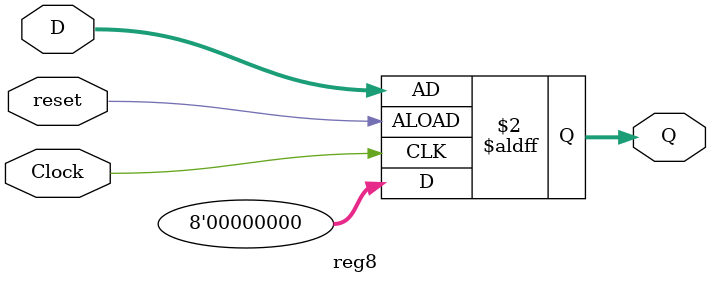
<source format=v>

module reg8 (reset, Clock, D, Q); 
input reset; input Clock; 
input [7:0] D; 
output [7:0] Q; 
reg [7:0] Q;
always @(negedge reset, posedge Clock) 
    if (reset) 
    Q <= 0; 
    else 
    Q <= D;
endmodule 

</source>
